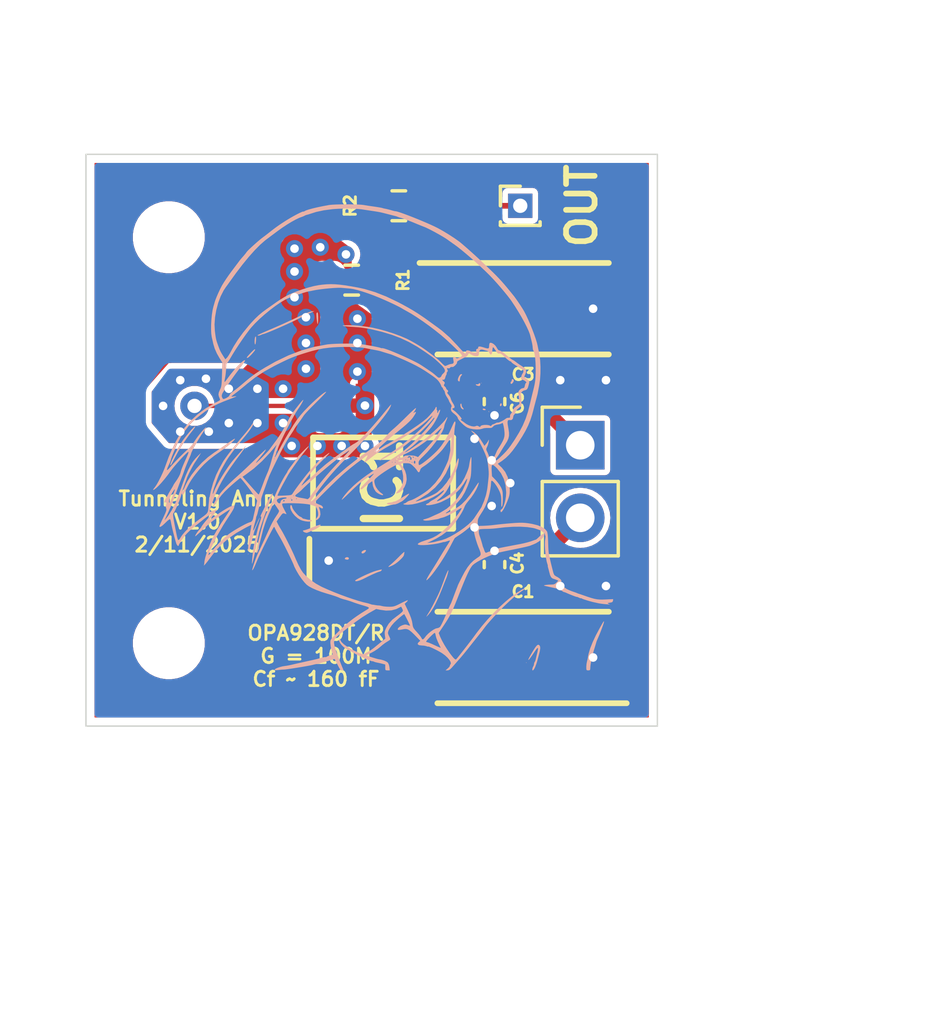
<source format=kicad_pcb>
(kicad_pcb (version 20241229) (generator "pcbnew") (generator_version "9.0")
  (layers (0 "F.Cu" signal) (4 "In1.Cu" signal) (6 "In2.Cu" signal) (2 "B.Cu" signal) (13 "F.Paste" user) (15 "B.Paste" user) (5 "F.SilkS" user "F.Silkscreen") (7 "B.SilkS" user "B.Silkscreen") (1 "F.Mask" user) (3 "B.Mask" user) (25 "Edge.Cuts" user))
  (net 0 "")
  (net 1 "GND")
  (net 2 "-15V")
  (net 3 "+15V")
  (net 4 "Net-(IC1-OUT)")
  (net 5 "/Tip")
  (net 7 "/Preamp_OUT")
  (net 8 "/GRD")
  (footprint "MountingHole:MountingHole_2.2mm_M2" (layer "F.Cu") (at 94.5 65.2 90)
    (property "Reference" "H1" (hide yes))
    (property "Value" "MountingHole")
    (pad "" np_thru_hole circle (at 0 0 90) (size 2.2 2.2) (drill 2.2) (layers "*.Cu" "*.Mask"))
  )
  (footprint "Connector_PinHeader_1.00mm:PinHeader_1x01_P1.00mm_Vertical" (layer "F.Cu") (at 106.8 49.9)
    (property "Reference" "TP1" (hide yes))
    (property "Value" "WirePad")
    (pad "1" thru_hole rect (at 0 0) (size 0.85 0.85) (drill 0.5) (layers "*.Cu" "*.Mask") (net 7 "/Preamp_OUT"))
  )
  (footprint "Capacitor_SMD:C_0402_1005Metric" (layer "F.Cu") (at 105.9 56.75 -90)
    (property "Reference" "C6" (at 0.05 -0.8 270) (layer "F.SilkS") (effects (font (size 0.4 0.4) (thickness 0.1))))
    (property "Value" "100nF")
    (pad "1" smd roundrect (at -0.48 0 270) (size 0.56 0.62) (layers "F.Cu" "F.Mask" "F.Paste") (net 3 "+15V"))
    (pad "2" smd roundrect (at 0.48 0 270) (size 0.56 0.62) (layers "F.Cu" "F.Mask" "F.Paste") (net 1 "GND"))
  )
  (footprint "Connector_PinHeader_2.54mm:PinHeader_1x02_P2.54mm_Vertical" (layer "F.Cu") (at 108.9 58.275)
    (property "Reference" "J1" (hide yes))
    (property "Value" "Conn_01x02_Pin")
    (pad "1" thru_hole rect (at 0 0) (size 1.7 1.7) (drill 1) (layers "*.Cu" "*.Mask") (net 3 "+15V"))
    (pad "2" thru_hole oval (at 0 2.54) (size 1.7 1.7) (drill 1) (layers "*.Cu" "*.Mask") (net 2 "-15V"))
  )
  (footprint "SamacSys_Parts:SOIC127P600X175-8N" (layer "F.Cu") (at 102 59.6 90)
    (property "Reference" "IC1" (at 0 0 90) (layer "F.SilkS") (effects (font (size 1.27 1.27) (thickness 0.254))))
    (property "Value" "OPA928DT" (hide yes))
    (pad "1" smd rect (at -2.711 -1.905 180) (size 0.65 1.528) (layers "F.Cu" "F.Mask" "F.Paste") (net 1 "GND"))
    (pad "2" smd rect (at -2.711 -0.635 180) (size 0.65 1.528) (layers "F.Cu" "F.Mask" "F.Paste") (net 8 "/GRD"))
    (pad "3" smd rect (at -2.711 0.635 180) (size 0.65 1.528) (layers "F.Cu" "F.Mask" "F.Paste"))
    (pad "4" smd rect (at -2.711 1.905 180) (size 0.65 1.528) (layers "F.Cu" "F.Mask" "F.Paste") (net 2 "-15V"))
    (pad "5" smd rect (at 2.711 1.905 180) (size 0.65 1.528) (layers "F.Cu" "F.Mask" "F.Paste") (net 3 "+15V"))
    (pad "6" smd rect (at 2.711 0.635 180) (size 0.65 1.528) (layers "F.Cu" "F.Mask" "F.Paste") (net 4 "Net-(IC1-OUT)"))
    (pad "7" smd rect (at 2.711 -0.635 180) (size 0.65 1.528) (layers "F.Cu" "F.Mask" "F.Paste") (net 8 "/GRD"))
    (pad "8" smd rect (at 2.711 -1.905 180) (size 0.65 1.528) (layers "F.Cu" "F.Mask" "F.Paste") (net 5 "/Tip"))
  )
  (footprint "Resistor_SMD:R_0603_1608Metric" (layer "F.Cu") (at 100.9 52.5)
    (property "Reference" "R1" (at 1.8 0 270) (layer "F.SilkS") (effects (font (size 0.4 0.4) (thickness 0.1))))
    (property "Value" "100M")
    (pad "1" smd roundrect (at -0.825 0) (size 0.8 0.95) (layers "F.Cu" "F.Mask" "F.Paste") (net 5 "/Tip"))
    (pad "2" smd roundrect (at 0.825 0) (size 0.8 0.95) (layers "F.Cu" "F.Mask" "F.Paste") (net 4 "Net-(IC1-OUT)"))
  )
  (footprint "Capacitor_SMD:C_0402_1005Metric" (layer "F.Cu") (at 105.9 62.45 90)
    (property "Reference" "C4" (at 0.05 0.8 270) (layer "F.SilkS") (effects (font (size 0.4 0.4) (thickness 0.1))))
    (property "Value" "100nF")
    (pad "1" smd roundrect (at -0.48 0 90) (size 0.56 0.62) (layers "F.Cu" "F.Mask" "F.Paste") (net 2 "-15V"))
    (pad "2" smd roundrect (at 0.48 0 90) (size 0.56 0.62) (layers "F.Cu" "F.Mask" "F.Paste") (net 1 "GND"))
  )
  (footprint "293D475X9035C2TE3:CAPPM6032X280N" (layer "F.Cu") (at 106.9 53.5)
    (property "Reference" "C3" (at 0 2.3 0) (layer "F.SilkS") (effects (font (size 0.4 0.4) (thickness 0.1))))
    (property "Value" "4.7uF" (hide yes))
    (pad "1" smd rect (at -2.45 0 90) (size 2.25 2.35) (layers "F.Cu" "F.Mask" "F.Paste") (net 3 "+15V"))
    (pad "2" smd rect (at 2.45 0 90) (size 2.25 2.35) (layers "F.Cu" "F.Mask" "F.Paste") (net 1 "GND"))
  )
  (footprint "Resistor_SMD:R_0603_1608Metric" (layer "F.Cu") (at 102.55 49.9)
    (property "Reference" "R2" (at -1.7 0 90) (layer "F.SilkS") (effects (font (size 0.4 0.4) (thickness 0.1))))
    (property "Value" "220")
    (pad "1" smd roundrect (at -0.825 0) (size 0.8 0.95) (layers "F.Cu" "F.Mask" "F.Paste") (net 4 "Net-(IC1-OUT)"))
    (pad "2" smd roundrect (at 0.825 0) (size 0.8 0.95) (layers "F.Cu" "F.Mask" "F.Paste") (net 7 "/Preamp_OUT"))
  )
  (footprint "MountingHole:MountingHole_2.2mm_M2" (layer "F.Cu") (at 94.5 51)
    (property "Reference" "H2" (hide yes))
    (property "Value" "MountingHole")
    (pad "" np_thru_hole circle (at 0 0) (size 2.2 2.2) (drill 2.2) (layers "*.Cu" "*.Mask"))
  )
  (footprint "293D475X9035C2TE3:CAPPM6032X280N" (layer "F.Cu") (at 106.9 65.7 180)
    (property "Reference" "C1" (at 0 2.3 0) (layer "F.SilkS") (effects (font (size 0.4 0.4) (thickness 0.1))))
    (property "Value" "4.7uF" (hide yes))
    (pad "1" smd rect (at -2.45 0 270) (size 2.25 2.35) (layers "F.Cu" "F.Mask" "F.Paste") (net 1 "GND"))
    (pad "2" smd rect (at 2.45 0 270) (size 2.25 2.35) (layers "F.Cu" "F.Mask" "F.Paste") (net 2 "-15V"))
  )
  (footprint "LOGO" (layer "B.Cu") (at 101.441702 57.708077 180)
    (property "Reference" "G***" (hide yes))
    (property "Value" "LOGO" (hide yes))
  )
  (gr_rect (start 91.6 48.1) (end 111.6 68.1) (stroke (width 0.05)) (fill no) (layer "Edge.Cuts"))
  (gr_text "OUT" (at 108.95 49.9 90) (layer "F.SilkS") (effects (font (size 1 1) (thickness 0.2) (bold yes))))
  (gr_text "Tunneling Amp\nV1.0\n2/11/2025" (at 95.5 60.95 0) (layer "F.SilkS") (effects (font (size 0.5 0.5) (thickness 0.1) (bold yes))))
  (gr_text "OPA928DT/R\nG = 100M\nCf ~ 160 fF" (at 99.65 65.65 0) (layer "F.SilkS") (effects (font (size 0.5 0.5) (thickness 0.1) (bold yes))))
  (via (at 105.8 58.8) (size 0.6) (drill 0.3) (layers "F.Cu" "B.Cu") (net 1))
  (via (at 105.9 61.97) (size 0.6) (drill 0.3) (layers "F.Cu" "B.Cu") (net 1))
  (via (at 105.9 57.23) (size 0.6) (drill 0.3) (layers "F.Cu" "B.Cu") (net 1))
  (via (at 109.8 56) (size 0.6) (drill 0.3) (layers "F.Cu" "B.Cu") (net 1))
  (via (at 105.2 61.15) (size 0.6) (drill 0.3) (layers "F.Cu" "B.Cu") (net 1))
  (via (at 105.2 58.05) (size 0.6) (drill 0.3) (layers "F.Cu" "B.Cu") (net 1))
  (via (at 109.8 63.2) (size 0.6) (drill 0.3) (layers "F.Cu" "B.Cu") (net 1))
  (via (at 100.095 62.311) (size 0.6) (drill 0.3) (layers "F.Cu" "B.Cu") (net 1))
  (via (at 106.45 59.6) (size 0.6) (drill 0.3) (layers "F.Cu" "B.Cu") (net 1))
  (via (at 109.35 65.7) (size 0.6) (drill 0.3) (layers "F.Cu" "B.Cu") (net 1))
  (via (at 105.8 60.4) (size 0.6) (drill 0.3) (layers "F.Cu" "B.Cu") (net 1))
  (via (at 109.35 53.5) (size 0.6) (drill 0.3) (layers "F.Cu" "B.Cu") (net 1))
  (via (at 108.2 56) (size 0.6) (drill 0.3) (layers "F.Cu" "B.Cu") (net 1))
  (via (at 108.2 63.2) (size 0.6) (drill 0.3) (layers "F.Cu" "B.Cu") (net 1))
  (segment (start 106.785 62.93) (end 108.9 60.815) (width 0.5) (layer "F.Cu") (net 2))
  (segment (start 103.905 62.311) (end 104.524 62.93) (width 0.5) (layer "F.Cu") (net 2))
  (segment (start 104.524 62.93) (end 105.9 62.93) (width 0.5) (layer "F.Cu") (net 2))
  (segment (start 105.9 62.93) (end 106.785 62.93) (width 0.5) (layer "F.Cu") (net 2))
  (segment (start 103.905 62.311) (end 103.905 65.155) (width 0.5) (layer "F.Cu") (net 2))
  (segment (start 103.905 65.155) (end 104.45 65.7) (width 0.5) (layer "F.Cu") (net 2))
  (segment (start 106.895 56.27) (end 108.9 58.275) (width 0.5) (layer "F.Cu") (net 3))
  (segment (start 104.524 56.27) (end 103.905 56.889) (width 0.5) (layer "F.Cu") (net 3))
  (segment (start 103.905 56.889) (end 103.905 54.045) (width 0.5) (layer "F.Cu") (net 3))
  (segment (start 105.9 56.27) (end 106.895 56.27) (width 0.5) (layer "F.Cu") (net 3))
  (segment (start 105.9 56.27) (end 104.524 56.27) (width 0.5) (layer "F.Cu") (net 3))
  (segment (start 103.905 54.045) (end 104.45 53.5) (width 0.5) (layer "F.Cu") (net 3))
  (segment (start 102.635 53.41) (end 101.725 52.5) (width 0.15) (layer "F.Cu") (net 4))
  (segment (start 101.725 52.5) (end 102 52.775) (width 0.15) (layer "F.Cu") (net 4))
  (segment (start 102.635 56.889) (end 102.635 53.41) (width 0.15) (layer "F.Cu") (net 4))
  (segment (start 101.725 49.9) (end 101.725 52.5) (width 0.2) (layer "F.Cu") (net 4))
  (segment (start 95.4 56.9) (end 100 56.9) (width 0.15) (layer "F.Cu") (net 5))
  (segment (start 100.075 56.869) (end 100.095 56.889) (width 0.15) (layer "F.Cu") (net 5))
  (segment (start 100.075 52.5) (end 100.075 56.869) (width 0.15) (layer "F.Cu") (net 5))
  (segment (start 100.011 56.889) (end 100.095 56.889) (width 0.15) (layer "F.Cu") (net 5))
  (segment (start 100 56.9) (end 100.011 56.889) (width 0.15) (layer "F.Cu") (net 5))
  (via (at 95.4 56.9) (size 1) (drill 0.5) (layers "F.Cu" "B.Cu") (net 5))
  (segment (start 103.375 49.9) (end 106.8 49.9) (width 0.2) (layer "F.Cu") (net 7))
  (segment (start 101.365 62.311) (end 101.365 56.889) (width 0.3) (layer "F.Cu") (net 8))
  (via (at 99.3 55.6) (size 0.6) (drill 0.3) (layers "F.Cu" "B.Cu") (net 8))
  (via (at 98.5 56.3) (size 0.6) (drill 0.3) (layers "F.Cu" "B.Cu") (net 8))
  (via (at 94.9 56) (size 0.6) (drill 0.3) (layers "F.Cu" "B.Cu") (net 8))
  (via (at 100.55 58.3) (size 0.6) (drill 0.3) (layers "F.Cu" "B.Cu") (net 8))
  (via (at 98.9 53.1) (size 0.6) (drill 0.3) (layers "F.Cu" "B.Cu") (net 8))
  (via (at 96.6 57.5) (size 0.6) (drill 0.3) (layers "F.Cu" "B.Cu") (net 8))
  (via (at 97.6 57.5) (size 0.6) (drill 0.3) (layers "F.Cu" "B.Cu") (net 8))
  (via (at 101.365 58.3) (size 0.6) (drill 0.3) (layers "F.Cu" "B.Cu") (net 8))
  (via (at 94.3 56.9) (size 0.6) (drill 0.3) (layers "F.Cu" "B.Cu") (net 8))
  (via (at 96.6 56.3) (size 0.6) (drill 0.3) (layers "F.Cu" "B.Cu") (net 8))
  (via (at 97.6 56.3) (size 0.6) (drill 0.3) (layers "F.Cu" "B.Cu") (net 8))
  (via (at 98.8 58.3) (size 0.6) (drill 0.3) (layers "F.Cu" "B.Cu") (net 8))
  (via (at 101.1 54.7) (size 0.6) (drill 0.3) (layers "F.Cu" "B.Cu") (net 8))
  (via (at 100.7 51.6) (size 0.6) (drill 0.3) (layers "F.Cu" "B.Cu") (net 8))
  (via (at 95.8 55.95) (size 0.6) (drill 0.3) (layers "F.Cu" "B.Cu") (net 8))
  (via (at 101.1 55.7) (size 0.6) (drill 0.3) (layers "F.Cu" "B.Cu") (net 8))
  (via (at 101.365 56.889) (size 0.6) (drill 0.3) (layers "F.Cu" "B.Cu") (net 8))
  (via (at 99.3 53.8) (size 0.6) (drill 0.3) (layers "F.Cu" "B.Cu") (net 8))
  (via (at 95.9 57.8) (size 0.6) (drill 0.3) (layers "F.Cu" "B.Cu") (net 8))
  (via (at 98.5 57.5) (size 0.6) (drill 0.3) (layers "F.Cu" "B.Cu") (net 8))
  (via (at 98.9 51.4) (size 0.6) (drill 0.3) (layers "F.Cu" "B.Cu") (net 8))
  (via (at 99.3 54.7) (size 0.6) (drill 0.3) (layers "F.Cu" "B.Cu") (net 8))
  (via (at 99.7 58.3) (size 0.6) (drill 0.3) (layers "F.Cu" "B.Cu") (net 8))
  (via (at 99.8 51.35) (size 0.6) (drill 0.3) (layers "F.Cu" "B.Cu") (net 8))
  (via (at 98.9 52.2) (size 0.6) (drill 0.3) (layers "F.Cu" "B.Cu") (net 8))
  (via (at 94.9 57.8) (size 0.6) (drill 0.3) (layers "F.Cu" "B.Cu") (net 8))
  (via (at 101.1 53.85) (size 0.6) (drill 0.3) (layers "F.Cu" "B.Cu") (net 8))
  (zone (net 0) (net_name "") (layer "F.Cu") (name "GND KEEP OUT") (connect_pads (clearance 0)) (min_thickness 0.025)
    (keepout (tracks allowed) (vias allowed) (pads allowed) (copperpour not_allowed) (footprints allowed))
    (fill (thermal_gap 0.2) (thermal_bridge_width 0.5))
    (polygon (pts (xy 99.4 61.25) (xy 104.5 61.25) (xy 104.5 63.4) (xy 99.4 63.4)))
  )
  (zone (net 0) (net_name "") (layer "F.Cu") (name "GND KEEP OUT") (connect_pads (clearance 0)) (min_thickness 0.025)
    (keepout (tracks allowed) (vias allowed) (pads allowed) (copperpour not_allowed) (footprints allowed))
    (fill (thermal_gap 0.2) (thermal_bridge_width 0.5))
    (polygon (pts (xy 101.75 55.85) (xy 104.5 55.85) (xy 104.5 58) (xy 101.75 58)))
  )
  (zone (net 0) (net_name "") (layer "F.Cu") (name "GND KEEP OUT") (connect_pads (clearance 0)) (min_thickness 0.025)
    (keepout (tracks allowed) (vias allowed) (pads allowed) (copperpour not_allowed) (footprints allowed))
    (fill (thermal_gap 0.2) (thermal_bridge_width 0.5))
    (polygon (pts (xy 102.5 53.25) (xy 103.75 53.25) (xy 103.75 55.75) (xy 102.5 55.75)))
  )
  (zone (net 0) (net_name "") (layer "F.Cu") (name "GND KEEP OUT") (connect_pads (clearance 0)) (min_thickness 0.025)
    (keepout (tracks allowed) (vias allowed) (pads allowed) (copperpour not_allowed) (footprints allowed))
    (fill (thermal_gap 0.2) (thermal_bridge_width 0.5))
    (polygon (pts (xy 101.05 58.7) (xy 101.65 58.7) (xy 101.65 61.35) (xy 101.05 61.35)))
  )
  (zone (net 0) (net_name "") (layer "F.Cu") (name "GND KEEP OUT") (connect_pads (clearance 0)) (min_thickness 0.025)
    (keepout (tracks allowed) (vias allowed) (pads allowed) (copperpour not_allowed) (footprints allowed))
    (fill (thermal_gap 0.2) (thermal_bridge_width 0.5))
    (polygon (pts (xy 101 53.25) (xy 101 51.85) (xy 102.5 51.85) (xy 102.5 53.25)))
  )
  (zone (net 1) (net_name "GND") (layer "F.Cu") (name "GND KEEP OUT") (priority 2) (connect_pads (clearance 0)) (min_thickness 0.025) (fill yes (thermal_gap 0.2) (thermal_bridge_width 0.5))
    (polygon (pts (xy 90.5 47.5) (xy 112.75 47.5) (xy 112.5 68.75) (xy 90 68.75)))
  )
  (zone (net 0) (net_name "") (layer "F.Cu") (name "GND SEP") (connect_pads (clearance 0)) (min_thickness 0.025)
    (keepout (tracks allowed) (vias allowed) (pads allowed) (copperpour not_allowed) (footprints allowed))
    (fill (thermal_gap 0.2) (thermal_bridge_width 0.5))
    (polygon (pts (xy 94.5 55.4) (xy 94.6 55.6) (xy 97.1 55.6) (xy 98.1 54.6) (xy 98.1 51.7) (xy 98.7 50.8) (xy 100.1 50.8) (xy 100.1 50.6) (xy 98.6 50.6) (xy 97.9 51.6) (xy 97.9 54.6) (xy 97.1 55.4)))
  )
  (zone (net 0) (net_name "") (layer "F.Cu") (name "GND KEEP OUT") (connect_pads (clearance 0)) (min_thickness 0.025)
    (keepout (tracks allowed) (vias allowed) (pads allowed) (copperpour not_allowed) (footprints allowed))
    (fill (thermal_gap 0.2) (thermal_bridge_width 0.5))
    (polygon (pts (xy 94.5 55.4) (xy 93.7 56.3) (xy 93.7 57.6) (xy 94.4 58.4) (xy 97.4 58.4) (xy 97.9 58.9) (xy 101.8 58.9) (xy 101.8 53.6) (xy 101.1 53.1) (xy 101.1 51.3) (xy 100.1 50.6) (xy 100.1 50.8) (xy 100.9 51.4) (xy 100.9 53.2) (xy 101.6 53.7) (xy 101.6 58.7) (xy 98.1 58.7) (xy 97.6 58.2) (xy 94.5 58.2) (xy 93.9 57.5) (xy 93.9 56.4) (xy 94.6 55.6)))
  )
  (zone (net 8) (net_name "/GRD") (layers "F.Cu" "In1.Cu") (name "GRND Fence") (priority 3) (connect_pads (clearance 0)) (min_thickness 0.025) (fill yes (thermal_gap 0.2) (thermal_bridge_width 0.5))
    (polygon (pts (xy 101.6 58.7) (xy 98.1 58.7) (xy 97.6 58.2) (xy 94.5 58.2) (xy 93.9 57.5) (xy 93.9 56.4) (xy 94.6 55.6) (xy 97.1 55.6) (xy 98.1 54.6) (xy 98.1 51.7) (xy 98.7 50.8) (xy 100.1 50.8) (xy 100.9 51.4) (xy 100.9 53.2) (xy 101.6 53.7)))
  )
  (zone (net 1) (net_name "GND") (layer "B.Cu") (name "GRND Fence") (connect_pads (clearance 0)) (min_thickness 0.25) (fill yes (thermal_gap 0.5) (thermal_bridge_width 0.5))
    (polygon (pts (xy 112 46) (xy 112 70) (xy 91 70) (xy 91 46)))
  )
  (zone (net 8) (net_name "/GRD") (layers "B.Cu" "In2.Cu") (name "GRND Fence") (priority 2) (connect_pads (clearance 0)) (min_thickness 0.25) (fill yes (thermal_gap 0.5) (thermal_bridge_width 0.5))
    (polygon (pts (xy 93.9 56.4) (xy 94.5 55.6) (xy 97.1 55.6) (xy 98 56.1) (xy 98 57.7) (xy 97.1 58.2) (xy 94.5 58.2) (xy 93.9 57.5)))
  )
)
</source>
